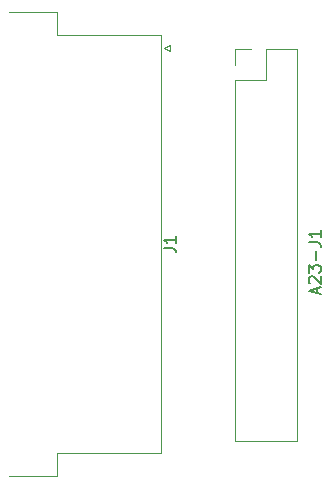
<source format=gbr>
%TF.GenerationSoftware,KiCad,Pcbnew,7.0.2-0*%
%TF.CreationDate,2023-10-04T13:32:30+02:00*%
%TF.ProjectId,FlukePodAdapterLarge68K,466c756b-6550-46f6-9441-646170746572,rev?*%
%TF.SameCoordinates,Original*%
%TF.FileFunction,Legend,Top*%
%TF.FilePolarity,Positive*%
%FSLAX46Y46*%
G04 Gerber Fmt 4.6, Leading zero omitted, Abs format (unit mm)*
G04 Created by KiCad (PCBNEW 7.0.2-0) date 2023-10-04 13:32:30*
%MOMM*%
%LPD*%
G01*
G04 APERTURE LIST*
%ADD10C,0.150000*%
%ADD11C,0.120000*%
G04 APERTURE END LIST*
D10*
%TO.C,A23-J1*%
X80576904Y-100066666D02*
X80576904Y-99590476D01*
X80862619Y-100161904D02*
X79862619Y-99828571D01*
X79862619Y-99828571D02*
X80862619Y-99495238D01*
X79957857Y-99209523D02*
X79910238Y-99161904D01*
X79910238Y-99161904D02*
X79862619Y-99066666D01*
X79862619Y-99066666D02*
X79862619Y-98828571D01*
X79862619Y-98828571D02*
X79910238Y-98733333D01*
X79910238Y-98733333D02*
X79957857Y-98685714D01*
X79957857Y-98685714D02*
X80053095Y-98638095D01*
X80053095Y-98638095D02*
X80148333Y-98638095D01*
X80148333Y-98638095D02*
X80291190Y-98685714D01*
X80291190Y-98685714D02*
X80862619Y-99257142D01*
X80862619Y-99257142D02*
X80862619Y-98638095D01*
X79862619Y-98304761D02*
X79862619Y-97685714D01*
X79862619Y-97685714D02*
X80243571Y-98019047D01*
X80243571Y-98019047D02*
X80243571Y-97876190D01*
X80243571Y-97876190D02*
X80291190Y-97780952D01*
X80291190Y-97780952D02*
X80338809Y-97733333D01*
X80338809Y-97733333D02*
X80434047Y-97685714D01*
X80434047Y-97685714D02*
X80672142Y-97685714D01*
X80672142Y-97685714D02*
X80767380Y-97733333D01*
X80767380Y-97733333D02*
X80815000Y-97780952D01*
X80815000Y-97780952D02*
X80862619Y-97876190D01*
X80862619Y-97876190D02*
X80862619Y-98161904D01*
X80862619Y-98161904D02*
X80815000Y-98257142D01*
X80815000Y-98257142D02*
X80767380Y-98304761D01*
X80481666Y-97257142D02*
X80481666Y-96495238D01*
X79862619Y-95733333D02*
X80576904Y-95733333D01*
X80576904Y-95733333D02*
X80719761Y-95780952D01*
X80719761Y-95780952D02*
X80815000Y-95876190D01*
X80815000Y-95876190D02*
X80862619Y-96019047D01*
X80862619Y-96019047D02*
X80862619Y-96114285D01*
X80862619Y-94733333D02*
X80862619Y-95304761D01*
X80862619Y-95019047D02*
X79862619Y-95019047D01*
X79862619Y-95019047D02*
X80005476Y-95114285D01*
X80005476Y-95114285D02*
X80100714Y-95209523D01*
X80100714Y-95209523D02*
X80148333Y-95304761D01*
%TO.C,J1*%
X67592950Y-96228333D02*
X68307235Y-96228333D01*
X68307235Y-96228333D02*
X68450092Y-96275952D01*
X68450092Y-96275952D02*
X68545331Y-96371190D01*
X68545331Y-96371190D02*
X68592950Y-96514047D01*
X68592950Y-96514047D02*
X68592950Y-96609285D01*
X68592950Y-95228333D02*
X68592950Y-95799761D01*
X68592950Y-95514047D02*
X67592950Y-95514047D01*
X67592950Y-95514047D02*
X67735807Y-95609285D01*
X67735807Y-95609285D02*
X67831045Y-95704523D01*
X67831045Y-95704523D02*
X67878664Y-95799761D01*
D11*
%TO.C,A23-J1*%
X73630000Y-79390000D02*
X74960000Y-79390000D01*
X73630000Y-80720000D02*
X73630000Y-79390000D01*
X73630000Y-81990000D02*
X73630000Y-112530000D01*
X73630000Y-81990000D02*
X76230000Y-81990000D01*
X73630000Y-112530000D02*
X78830000Y-112530000D01*
X76230000Y-79390000D02*
X78830000Y-79390000D01*
X76230000Y-81990000D02*
X76230000Y-79390000D01*
X78830000Y-79390000D02*
X78830000Y-112530000D01*
%TO.C,J1*%
X58550331Y-76285000D02*
X58550331Y-78215000D01*
X54450331Y-76285000D02*
X58550331Y-76285000D01*
X67390331Y-78215000D02*
X67390331Y-113575000D01*
X58550331Y-78215000D02*
X67390331Y-78215000D01*
X68084669Y-79025000D02*
X68084669Y-79525000D01*
X67651656Y-79275000D02*
X68084669Y-79025000D01*
X68084669Y-79525000D02*
X67651656Y-79275000D01*
X67390331Y-113575000D02*
X58550331Y-113575000D01*
X58550331Y-113575000D02*
X58550331Y-115505000D01*
X58550331Y-115505000D02*
X54450331Y-115505000D01*
%TD*%
M02*

</source>
